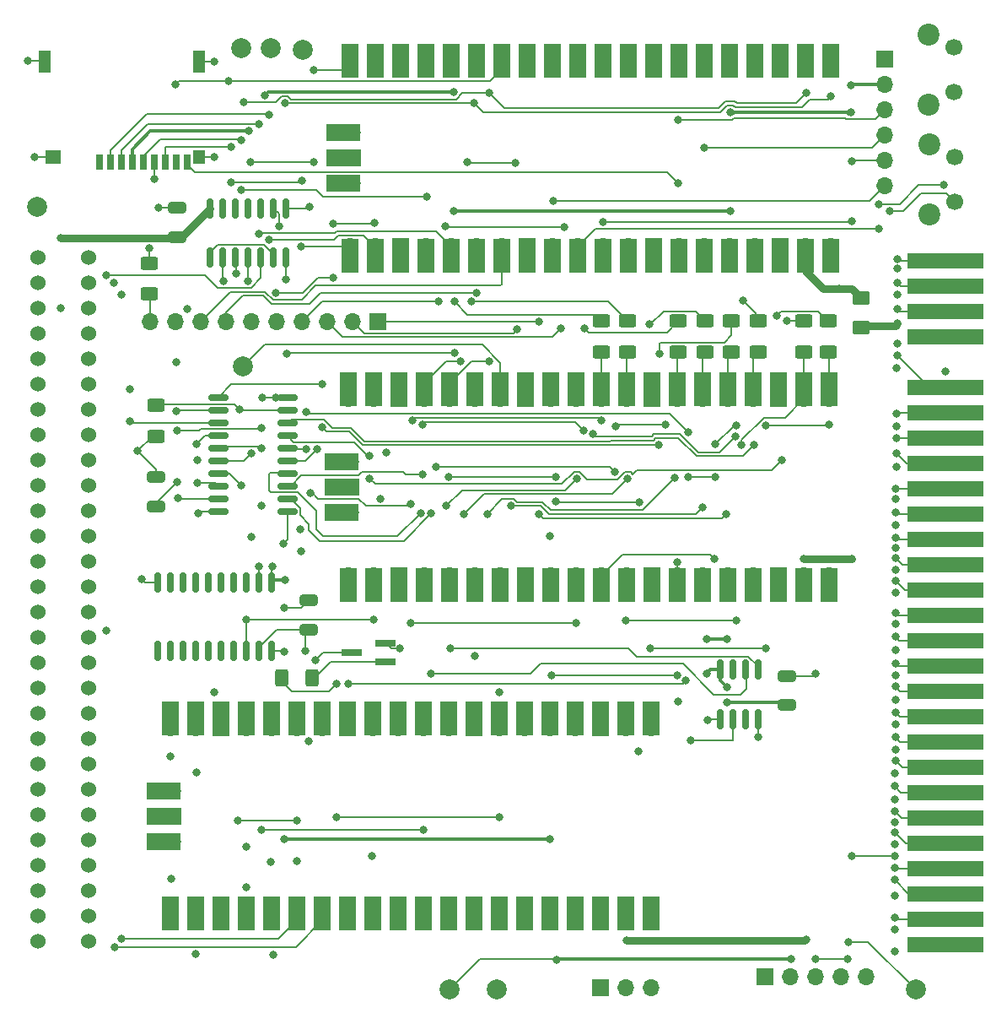
<source format=gtl>
G04 #@! TF.GenerationSoftware,KiCad,Pcbnew,6.0.11-2627ca5db0~126~ubuntu22.04.1*
G04 #@! TF.CreationDate,2023-06-25T15:32:06+01:00*
G04 #@! TF.ProjectId,srom,73726f6d-2e6b-4696-9361-645f70636258,v1.3 to v1.4*
G04 #@! TF.SameCoordinates,Original*
G04 #@! TF.FileFunction,Copper,L1,Top*
G04 #@! TF.FilePolarity,Positive*
%FSLAX46Y46*%
G04 Gerber Fmt 4.6, Leading zero omitted, Abs format (unit mm)*
G04 Created by KiCad (PCBNEW 6.0.11-2627ca5db0~126~ubuntu22.04.1) date 2023-06-25 15:32:06*
%MOMM*%
%LPD*%
G01*
G04 APERTURE LIST*
G04 Aperture macros list*
%AMRoundRect*
0 Rectangle with rounded corners*
0 $1 Rounding radius*
0 $2 $3 $4 $5 $6 $7 $8 $9 X,Y pos of 4 corners*
0 Add a 4 corners polygon primitive as box body*
4,1,4,$2,$3,$4,$5,$6,$7,$8,$9,$2,$3,0*
0 Add four circle primitives for the rounded corners*
1,1,$1+$1,$2,$3*
1,1,$1+$1,$4,$5*
1,1,$1+$1,$6,$7*
1,1,$1+$1,$8,$9*
0 Add four rect primitives between the rounded corners*
20,1,$1+$1,$2,$3,$4,$5,0*
20,1,$1+$1,$4,$5,$6,$7,0*
20,1,$1+$1,$6,$7,$8,$9,0*
20,1,$1+$1,$8,$9,$2,$3,0*%
G04 Aperture macros list end*
G04 #@! TA.AperFunction,ComponentPad*
%ADD10C,2.200000*%
G04 #@! TD*
G04 #@! TA.AperFunction,ComponentPad*
%ADD11C,1.700000*%
G04 #@! TD*
G04 #@! TA.AperFunction,ComponentPad*
%ADD12C,2.000000*%
G04 #@! TD*
G04 #@! TA.AperFunction,SMDPad,CuDef*
%ADD13R,7.620000X1.524000*%
G04 #@! TD*
G04 #@! TA.AperFunction,SMDPad,CuDef*
%ADD14RoundRect,0.250000X-0.625000X0.400000X-0.625000X-0.400000X0.625000X-0.400000X0.625000X0.400000X0*%
G04 #@! TD*
G04 #@! TA.AperFunction,ComponentPad*
%ADD15O,1.700000X1.700000*%
G04 #@! TD*
G04 #@! TA.AperFunction,SMDPad,CuDef*
%ADD16R,1.700000X3.500000*%
G04 #@! TD*
G04 #@! TA.AperFunction,ComponentPad*
%ADD17R,1.700000X1.700000*%
G04 #@! TD*
G04 #@! TA.AperFunction,SMDPad,CuDef*
%ADD18R,3.500000X1.700000*%
G04 #@! TD*
G04 #@! TA.AperFunction,SMDPad,CuDef*
%ADD19R,2.000000X0.650000*%
G04 #@! TD*
G04 #@! TA.AperFunction,SMDPad,CuDef*
%ADD20RoundRect,0.150000X-0.837500X-0.150000X0.837500X-0.150000X0.837500X0.150000X-0.837500X0.150000X0*%
G04 #@! TD*
G04 #@! TA.AperFunction,SMDPad,CuDef*
%ADD21RoundRect,0.250000X0.650000X-0.325000X0.650000X0.325000X-0.650000X0.325000X-0.650000X-0.325000X0*%
G04 #@! TD*
G04 #@! TA.AperFunction,SMDPad,CuDef*
%ADD22R,0.700000X1.600000*%
G04 #@! TD*
G04 #@! TA.AperFunction,SMDPad,CuDef*
%ADD23R,1.200000X2.200000*%
G04 #@! TD*
G04 #@! TA.AperFunction,SMDPad,CuDef*
%ADD24R,1.600000X1.400000*%
G04 #@! TD*
G04 #@! TA.AperFunction,SMDPad,CuDef*
%ADD25R,1.200000X1.400000*%
G04 #@! TD*
G04 #@! TA.AperFunction,SMDPad,CuDef*
%ADD26RoundRect,0.150000X0.150000X-0.825000X0.150000X0.825000X-0.150000X0.825000X-0.150000X-0.825000X0*%
G04 #@! TD*
G04 #@! TA.AperFunction,SMDPad,CuDef*
%ADD27RoundRect,0.250000X-0.400000X-0.625000X0.400000X-0.625000X0.400000X0.625000X-0.400000X0.625000X0*%
G04 #@! TD*
G04 #@! TA.AperFunction,SMDPad,CuDef*
%ADD28RoundRect,0.250000X-0.650000X0.325000X-0.650000X-0.325000X0.650000X-0.325000X0.650000X0.325000X0*%
G04 #@! TD*
G04 #@! TA.AperFunction,SMDPad,CuDef*
%ADD29RoundRect,0.150000X-0.150000X0.837500X-0.150000X-0.837500X0.150000X-0.837500X0.150000X0.837500X0*%
G04 #@! TD*
G04 #@! TA.AperFunction,SMDPad,CuDef*
%ADD30RoundRect,0.250001X-0.624999X0.462499X-0.624999X-0.462499X0.624999X-0.462499X0.624999X0.462499X0*%
G04 #@! TD*
G04 #@! TA.AperFunction,ComponentPad*
%ADD31C,1.524000*%
G04 #@! TD*
G04 #@! TA.AperFunction,ViaPad*
%ADD32C,0.800000*%
G04 #@! TD*
G04 #@! TA.AperFunction,Conductor*
%ADD33C,0.200000*%
G04 #@! TD*
G04 #@! TA.AperFunction,Conductor*
%ADD34C,0.750000*%
G04 #@! TD*
G04 #@! TA.AperFunction,Conductor*
%ADD35C,0.300000*%
G04 #@! TD*
G04 APERTURE END LIST*
D10*
X139875000Y-83490000D03*
X139875000Y-90490000D03*
D11*
X142375000Y-84740000D03*
X142375000Y-89240000D03*
D12*
X138450000Y-168240000D03*
D10*
X139775000Y-72490000D03*
X139775000Y-79490000D03*
D11*
X142275000Y-73740000D03*
X142275000Y-78240000D03*
D12*
X76950000Y-73940000D03*
D13*
X141450000Y-95120000D03*
X141450000Y-97660000D03*
X141450000Y-100200000D03*
X141450000Y-102740000D03*
X141450000Y-107820000D03*
X141450000Y-110360000D03*
X141450000Y-112900000D03*
X141450000Y-115440000D03*
X141450000Y-117980000D03*
X141450000Y-120520000D03*
X141450000Y-123060000D03*
X141450000Y-125600000D03*
X141450000Y-128140000D03*
X141450000Y-130680000D03*
X141450000Y-133220000D03*
X141450000Y-135760000D03*
X141450000Y-138300000D03*
X141450000Y-140840000D03*
X141450000Y-143380000D03*
X141450000Y-145920000D03*
X141450000Y-148460000D03*
X141450000Y-151000000D03*
X141450000Y-153540000D03*
X141450000Y-156080000D03*
X141450000Y-158620000D03*
X141450000Y-161160000D03*
X141450000Y-163700000D03*
D14*
X62212500Y-109625000D03*
X62212500Y-112725000D03*
D12*
X50250000Y-89740000D03*
D15*
X129925000Y-75950000D03*
D16*
X129925000Y-75050000D03*
D15*
X127385000Y-75950000D03*
D16*
X127385000Y-75050000D03*
X124845000Y-75050000D03*
D17*
X124845000Y-75950000D03*
D16*
X122305000Y-75050000D03*
D15*
X122305000Y-75950000D03*
X119765000Y-75950000D03*
D16*
X119765000Y-75050000D03*
D15*
X117225000Y-75950000D03*
D16*
X117225000Y-75050000D03*
D15*
X114685000Y-75950000D03*
D16*
X114685000Y-75050000D03*
D17*
X112145000Y-75950000D03*
D16*
X112145000Y-75050000D03*
D15*
X109605000Y-75950000D03*
D16*
X109605000Y-75050000D03*
D15*
X107065000Y-75950000D03*
D16*
X107065000Y-75050000D03*
D15*
X104525000Y-75950000D03*
D16*
X104525000Y-75050000D03*
D15*
X101985000Y-75950000D03*
D16*
X101985000Y-75050000D03*
D17*
X99445000Y-75950000D03*
D16*
X99445000Y-75050000D03*
D15*
X96905000Y-75950000D03*
D16*
X96905000Y-75050000D03*
D15*
X94365000Y-75950000D03*
D16*
X94365000Y-75050000D03*
D15*
X91825000Y-75950000D03*
D16*
X91825000Y-75050000D03*
X89285000Y-75050000D03*
D15*
X89285000Y-75950000D03*
D17*
X86745000Y-75950000D03*
D16*
X86745000Y-75050000D03*
X84205000Y-75050000D03*
D15*
X84205000Y-75950000D03*
D16*
X81665000Y-75050000D03*
D15*
X81665000Y-75950000D03*
X81665000Y-93730000D03*
D16*
X81665000Y-94630000D03*
X84205000Y-94630000D03*
D15*
X84205000Y-93730000D03*
D16*
X86745000Y-94630000D03*
D17*
X86745000Y-93730000D03*
D16*
X89285000Y-94630000D03*
D15*
X89285000Y-93730000D03*
X91825000Y-93730000D03*
D16*
X91825000Y-94630000D03*
D15*
X94365000Y-93730000D03*
D16*
X94365000Y-94630000D03*
X96905000Y-94630000D03*
D15*
X96905000Y-93730000D03*
D16*
X99445000Y-94630000D03*
D17*
X99445000Y-93730000D03*
D16*
X101985000Y-94630000D03*
D15*
X101985000Y-93730000D03*
X104525000Y-93730000D03*
D16*
X104525000Y-94630000D03*
X107065000Y-94630000D03*
D15*
X107065000Y-93730000D03*
X109605000Y-93730000D03*
D16*
X109605000Y-94630000D03*
X112145000Y-94630000D03*
D17*
X112145000Y-93730000D03*
D16*
X114685000Y-94630000D03*
D15*
X114685000Y-93730000D03*
D16*
X117225000Y-94630000D03*
D15*
X117225000Y-93730000D03*
D16*
X119765000Y-94630000D03*
D15*
X119765000Y-93730000D03*
D16*
X122305000Y-94630000D03*
D15*
X122305000Y-93730000D03*
D17*
X124845000Y-93730000D03*
D16*
X124845000Y-94630000D03*
X127385000Y-94630000D03*
D15*
X127385000Y-93730000D03*
X129925000Y-93730000D03*
D16*
X129925000Y-94630000D03*
D18*
X80995000Y-82300000D03*
D15*
X81895000Y-82300000D03*
D18*
X80995000Y-84840000D03*
D17*
X81895000Y-84840000D03*
D15*
X81895000Y-87380000D03*
D18*
X80995000Y-87380000D03*
D12*
X96450000Y-168240000D03*
X91650000Y-168240000D03*
D19*
X85260000Y-135390000D03*
X85260000Y-133490000D03*
X81840000Y-134440000D03*
D20*
X68450000Y-108860000D03*
X68450000Y-110130000D03*
X68450000Y-111400000D03*
X68450000Y-112670000D03*
X68450000Y-113940000D03*
X68450000Y-115210000D03*
X68450000Y-116480000D03*
X68450000Y-117750000D03*
X68450000Y-119020000D03*
X68450000Y-120290000D03*
X75375000Y-120290000D03*
X75375000Y-119020000D03*
X75375000Y-117750000D03*
X75375000Y-116480000D03*
X75375000Y-115210000D03*
X75375000Y-113940000D03*
X75375000Y-112670000D03*
X75375000Y-111400000D03*
X75375000Y-110130000D03*
X75375000Y-108860000D03*
D12*
X70950000Y-105740000D03*
D21*
X64300000Y-92800000D03*
X64300000Y-89850000D03*
D22*
X56550000Y-85240000D03*
X57650000Y-85240000D03*
X58750000Y-85240000D03*
X59850000Y-85240000D03*
X60950000Y-85240000D03*
X62050000Y-85240000D03*
D23*
X66500000Y-75140000D03*
D24*
X51900000Y-84740000D03*
D25*
X66500000Y-84740000D03*
D23*
X51000000Y-75140000D03*
D22*
X63150000Y-85240000D03*
X64250000Y-85240000D03*
X65350000Y-85240000D03*
D26*
X118845000Y-141115000D03*
X120115000Y-141115000D03*
X121385000Y-141115000D03*
X122655000Y-141115000D03*
X122655000Y-136165000D03*
X121385000Y-136165000D03*
X120115000Y-136165000D03*
X118845000Y-136165000D03*
D14*
X117350000Y-101190000D03*
X117350000Y-104290000D03*
D26*
X67640000Y-94815000D03*
X68910000Y-94815000D03*
X70180000Y-94815000D03*
X71450000Y-94815000D03*
X72720000Y-94815000D03*
X73990000Y-94815000D03*
X75260000Y-94815000D03*
X75260000Y-89865000D03*
X73990000Y-89865000D03*
X72720000Y-89865000D03*
X71450000Y-89865000D03*
X70180000Y-89865000D03*
X68910000Y-89865000D03*
X67640000Y-89865000D03*
D17*
X123375000Y-166940000D03*
D15*
X125915000Y-166940000D03*
X128455000Y-166940000D03*
X130995000Y-166940000D03*
X133535000Y-166940000D03*
D14*
X109550000Y-101190000D03*
X109550000Y-104290000D03*
D17*
X84475000Y-101240000D03*
D15*
X81935000Y-101240000D03*
X79395000Y-101240000D03*
X76855000Y-101240000D03*
X74315000Y-101240000D03*
X71775000Y-101240000D03*
X69235000Y-101240000D03*
X66695000Y-101240000D03*
X64155000Y-101240000D03*
X61615000Y-101240000D03*
D12*
X70750000Y-73840000D03*
D16*
X129780000Y-108050000D03*
D15*
X129780000Y-108950000D03*
X127240000Y-108950000D03*
D16*
X127240000Y-108050000D03*
X124700000Y-108050000D03*
D17*
X124700000Y-108950000D03*
D15*
X122160000Y-108950000D03*
D16*
X122160000Y-108050000D03*
D15*
X119620000Y-108950000D03*
D16*
X119620000Y-108050000D03*
D15*
X117080000Y-108950000D03*
D16*
X117080000Y-108050000D03*
X114540000Y-108050000D03*
D15*
X114540000Y-108950000D03*
D17*
X112000000Y-108950000D03*
D16*
X112000000Y-108050000D03*
D15*
X109460000Y-108950000D03*
D16*
X109460000Y-108050000D03*
D15*
X106920000Y-108950000D03*
D16*
X106920000Y-108050000D03*
X104380000Y-108050000D03*
D15*
X104380000Y-108950000D03*
X101840000Y-108950000D03*
D16*
X101840000Y-108050000D03*
X99300000Y-108050000D03*
D17*
X99300000Y-108950000D03*
D15*
X96760000Y-108950000D03*
D16*
X96760000Y-108050000D03*
D15*
X94220000Y-108950000D03*
D16*
X94220000Y-108050000D03*
X91680000Y-108050000D03*
D15*
X91680000Y-108950000D03*
D16*
X89140000Y-108050000D03*
D15*
X89140000Y-108950000D03*
D16*
X86600000Y-108050000D03*
D17*
X86600000Y-108950000D03*
D16*
X84060000Y-108050000D03*
D15*
X84060000Y-108950000D03*
X81520000Y-108950000D03*
D16*
X81520000Y-108050000D03*
X81520000Y-127630000D03*
D15*
X81520000Y-126730000D03*
X84060000Y-126730000D03*
D16*
X84060000Y-127630000D03*
X86600000Y-127630000D03*
D17*
X86600000Y-126730000D03*
D16*
X89140000Y-127630000D03*
D15*
X89140000Y-126730000D03*
D16*
X91680000Y-127630000D03*
D15*
X91680000Y-126730000D03*
X94220000Y-126730000D03*
D16*
X94220000Y-127630000D03*
D15*
X96760000Y-126730000D03*
D16*
X96760000Y-127630000D03*
D17*
X99300000Y-126730000D03*
D16*
X99300000Y-127630000D03*
D15*
X101840000Y-126730000D03*
D16*
X101840000Y-127630000D03*
D15*
X104380000Y-126730000D03*
D16*
X104380000Y-127630000D03*
X106920000Y-127630000D03*
D15*
X106920000Y-126730000D03*
D16*
X109460000Y-127630000D03*
D15*
X109460000Y-126730000D03*
D16*
X112000000Y-127630000D03*
D17*
X112000000Y-126730000D03*
D16*
X114540000Y-127630000D03*
D15*
X114540000Y-126730000D03*
D16*
X117080000Y-127630000D03*
D15*
X117080000Y-126730000D03*
D16*
X119620000Y-127630000D03*
D15*
X119620000Y-126730000D03*
X122160000Y-126730000D03*
D16*
X122160000Y-127630000D03*
D17*
X124700000Y-126730000D03*
D16*
X124700000Y-127630000D03*
D15*
X127240000Y-126730000D03*
D16*
X127240000Y-127630000D03*
X129780000Y-127630000D03*
D15*
X129780000Y-126730000D03*
D18*
X80850000Y-115300000D03*
D15*
X81750000Y-115300000D03*
D17*
X81750000Y-117840000D03*
D18*
X80850000Y-117840000D03*
D15*
X81750000Y-120380000D03*
D18*
X80850000Y-120380000D03*
D14*
X122650000Y-101190000D03*
X122650000Y-104290000D03*
D17*
X106825000Y-168040000D03*
D15*
X109365000Y-168040000D03*
X111905000Y-168040000D03*
D17*
X135350000Y-74940000D03*
D15*
X135350000Y-77480000D03*
X135350000Y-80020000D03*
X135350000Y-82560000D03*
X135350000Y-85100000D03*
X135350000Y-87640000D03*
D14*
X106950000Y-101190000D03*
X106950000Y-104290000D03*
D27*
X74800000Y-136940000D03*
X77900000Y-136940000D03*
D21*
X62212500Y-119815000D03*
X62212500Y-116865000D03*
D14*
X127250000Y-101190000D03*
X127250000Y-104290000D03*
D12*
X73750000Y-73840000D03*
D14*
X129650000Y-101190000D03*
X129650000Y-104290000D03*
D21*
X125550000Y-139715000D03*
X125550000Y-136765000D03*
D14*
X61550000Y-95390000D03*
X61550000Y-98490000D03*
D28*
X77550000Y-129165000D03*
X77550000Y-132115000D03*
D29*
X73765000Y-127377500D03*
X72495000Y-127377500D03*
X71225000Y-127377500D03*
X69955000Y-127377500D03*
X68685000Y-127377500D03*
X67415000Y-127377500D03*
X66145000Y-127377500D03*
X64875000Y-127377500D03*
X63605000Y-127377500D03*
X62335000Y-127377500D03*
X62335000Y-134302500D03*
X63605000Y-134302500D03*
X64875000Y-134302500D03*
X66145000Y-134302500D03*
X67415000Y-134302500D03*
X68685000Y-134302500D03*
X69955000Y-134302500D03*
X71225000Y-134302500D03*
X72495000Y-134302500D03*
X73765000Y-134302500D03*
D30*
X132950000Y-98852500D03*
X132950000Y-101827500D03*
D14*
X114650000Y-101190000D03*
X114650000Y-104290000D03*
D31*
X50390000Y-105000000D03*
X55390000Y-105000000D03*
X55390000Y-94840000D03*
X55390000Y-97380000D03*
X55390000Y-99920000D03*
X55390000Y-102460000D03*
X55390000Y-107540000D03*
X55390000Y-110080000D03*
X55390000Y-112620000D03*
X55390000Y-115160000D03*
X55390000Y-117700000D03*
X55390000Y-120240000D03*
X55390000Y-122780000D03*
X55390000Y-125320000D03*
X55390000Y-127860000D03*
X55390000Y-130400000D03*
X55390000Y-132940000D03*
X55390000Y-135480000D03*
X55390000Y-138020000D03*
X55390000Y-140560000D03*
X55390000Y-143100000D03*
X55390000Y-145640000D03*
X55390000Y-148180000D03*
X55390000Y-150720000D03*
X55390000Y-153260000D03*
X55390000Y-155800000D03*
X55390000Y-158340000D03*
X55390000Y-160880000D03*
X55390000Y-163420000D03*
X50390000Y-94840000D03*
X50390000Y-97380000D03*
X50390000Y-99920000D03*
X50390000Y-102460000D03*
X50390000Y-107540000D03*
X50390000Y-110080000D03*
X50390000Y-112620000D03*
X50390000Y-115160000D03*
X50390000Y-117700000D03*
X50390000Y-120240000D03*
X50390000Y-122780000D03*
X50390000Y-125320000D03*
X50390000Y-127860000D03*
X50390000Y-130400000D03*
X50390000Y-132940000D03*
X50390000Y-135480000D03*
X50390000Y-138020000D03*
X50390000Y-140560000D03*
X50390000Y-143100000D03*
X50390000Y-145640000D03*
X50390000Y-148180000D03*
X50390000Y-150720000D03*
X50390000Y-153260000D03*
X50390000Y-155800000D03*
X50390000Y-158340000D03*
X50390000Y-160880000D03*
X50390000Y-163420000D03*
D14*
X119950000Y-101190000D03*
X119950000Y-104290000D03*
D15*
X111925000Y-141950000D03*
D16*
X111925000Y-141050000D03*
D15*
X109385000Y-141950000D03*
D16*
X109385000Y-141050000D03*
D17*
X106845000Y-141950000D03*
D16*
X106845000Y-141050000D03*
D15*
X104305000Y-141950000D03*
D16*
X104305000Y-141050000D03*
X101765000Y-141050000D03*
D15*
X101765000Y-141950000D03*
X99225000Y-141950000D03*
D16*
X99225000Y-141050000D03*
X96685000Y-141050000D03*
D15*
X96685000Y-141950000D03*
D17*
X94145000Y-141950000D03*
D16*
X94145000Y-141050000D03*
X91605000Y-141050000D03*
D15*
X91605000Y-141950000D03*
D16*
X89065000Y-141050000D03*
D15*
X89065000Y-141950000D03*
D16*
X86525000Y-141050000D03*
D15*
X86525000Y-141950000D03*
D16*
X83985000Y-141050000D03*
D15*
X83985000Y-141950000D03*
D16*
X81445000Y-141050000D03*
D17*
X81445000Y-141950000D03*
D16*
X78905000Y-141050000D03*
D15*
X78905000Y-141950000D03*
D16*
X76365000Y-141050000D03*
D15*
X76365000Y-141950000D03*
D16*
X73825000Y-141050000D03*
D15*
X73825000Y-141950000D03*
X71285000Y-141950000D03*
D16*
X71285000Y-141050000D03*
X68745000Y-141050000D03*
D17*
X68745000Y-141950000D03*
D15*
X66205000Y-141950000D03*
D16*
X66205000Y-141050000D03*
D15*
X63665000Y-141950000D03*
D16*
X63665000Y-141050000D03*
X63665000Y-160630000D03*
D15*
X63665000Y-159730000D03*
X66205000Y-159730000D03*
D16*
X66205000Y-160630000D03*
D17*
X68745000Y-159730000D03*
D16*
X68745000Y-160630000D03*
X71285000Y-160630000D03*
D15*
X71285000Y-159730000D03*
X73825000Y-159730000D03*
D16*
X73825000Y-160630000D03*
D15*
X76365000Y-159730000D03*
D16*
X76365000Y-160630000D03*
X78905000Y-160630000D03*
D15*
X78905000Y-159730000D03*
D16*
X81445000Y-160630000D03*
D17*
X81445000Y-159730000D03*
D16*
X83985000Y-160630000D03*
D15*
X83985000Y-159730000D03*
X86525000Y-159730000D03*
D16*
X86525000Y-160630000D03*
D15*
X89065000Y-159730000D03*
D16*
X89065000Y-160630000D03*
X91605000Y-160630000D03*
D15*
X91605000Y-159730000D03*
D17*
X94145000Y-159730000D03*
D16*
X94145000Y-160630000D03*
X96685000Y-160630000D03*
D15*
X96685000Y-159730000D03*
D16*
X99225000Y-160630000D03*
D15*
X99225000Y-159730000D03*
D16*
X101765000Y-160630000D03*
D15*
X101765000Y-159730000D03*
D16*
X104305000Y-160630000D03*
D15*
X104305000Y-159730000D03*
D16*
X106845000Y-160630000D03*
D17*
X106845000Y-159730000D03*
D15*
X109385000Y-159730000D03*
D16*
X109385000Y-160630000D03*
D15*
X111925000Y-159730000D03*
D16*
X111925000Y-160630000D03*
D18*
X62995000Y-148300000D03*
D15*
X63895000Y-148300000D03*
D17*
X63895000Y-150840000D03*
D18*
X62995000Y-150840000D03*
X62995000Y-153380000D03*
D15*
X63895000Y-153380000D03*
D32*
X50050000Y-84740000D03*
X86650000Y-134040000D03*
X62050000Y-86940000D03*
X122650000Y-142940000D03*
X61550000Y-93840000D03*
X68050000Y-75140000D03*
X49350000Y-75040000D03*
X60350000Y-114240000D03*
X77650000Y-89740000D03*
X77150000Y-134240000D03*
X136447569Y-128440000D03*
X68050000Y-84740000D03*
X66450000Y-120440000D03*
X62450000Y-89840000D03*
X60750000Y-127040000D03*
X128450000Y-136579500D03*
X141450000Y-106240000D03*
X75250000Y-97040000D03*
X52670000Y-99920000D03*
X52650000Y-92840000D03*
X136650000Y-101440000D03*
X132035500Y-125040000D03*
X109450000Y-163340000D03*
X127250000Y-125040000D03*
X127450000Y-163240000D03*
X130750000Y-97940000D03*
X85350000Y-114339500D03*
X136550000Y-115840000D03*
X136450000Y-119040000D03*
X84750000Y-119040000D03*
X136450000Y-121640000D03*
X76650000Y-122080500D03*
X76732000Y-124258000D03*
X136448069Y-123939501D03*
X101750000Y-122740000D03*
X73750000Y-155440000D03*
X136350000Y-153640000D03*
X71250000Y-153940000D03*
X136350000Y-151440000D03*
X66250000Y-146440000D03*
X136350000Y-149140000D03*
X63650000Y-144840000D03*
X136350000Y-146540000D03*
X136350000Y-157240000D03*
X63750000Y-157140000D03*
X136350000Y-162240000D03*
X66150000Y-164639500D03*
X136350000Y-161040000D03*
X71250000Y-157940000D03*
X136350000Y-164440000D03*
X73950000Y-164740000D03*
X58750000Y-98540000D03*
X58750000Y-163140000D03*
X136650000Y-98540000D03*
X58010000Y-97380000D03*
X58050000Y-163940000D03*
X136650000Y-97340000D03*
X64250000Y-105340000D03*
X136650000Y-104640000D03*
X64250000Y-110229500D03*
X59550000Y-111240000D03*
X59550000Y-108040000D03*
X136550000Y-110440000D03*
X136550000Y-105940000D03*
X136550000Y-112940000D03*
X66250000Y-113540000D03*
X72750000Y-119739500D03*
X136450000Y-120340000D03*
X72750000Y-113940000D03*
X71750000Y-114440500D03*
X71750000Y-122840000D03*
X136450000Y-122940000D03*
X136450000Y-118040000D03*
X70790000Y-117700000D03*
X66350000Y-117440000D03*
X136550000Y-114440000D03*
X66350000Y-115140000D03*
X136650000Y-99940000D03*
X64395850Y-118941897D03*
X65350000Y-99940000D03*
X87950000Y-111170500D03*
X106950000Y-111139500D03*
X93150000Y-120540500D03*
X109550000Y-117000500D03*
X95450000Y-120540500D03*
X114250000Y-116940000D03*
X117050000Y-119840000D03*
X97850000Y-119739500D03*
X119450000Y-120540000D03*
X100650000Y-120539500D03*
X120388896Y-112748451D03*
X106050000Y-112540500D03*
X120450000Y-131240000D03*
X120984053Y-113640500D03*
X109350000Y-131240000D03*
X123450000Y-111640000D03*
X111850000Y-134039500D03*
X123450000Y-134040000D03*
X129750000Y-111540000D03*
X74550000Y-91640500D03*
X72495000Y-125757500D03*
X136650000Y-95939503D03*
X71450000Y-97140500D03*
X70250000Y-96440000D03*
X136650000Y-94940000D03*
X136350000Y-152440000D03*
X83850000Y-154840000D03*
X78850000Y-107540000D03*
X112650000Y-113640500D03*
X114550000Y-125340000D03*
X78850000Y-111840000D03*
X96650000Y-138440000D03*
X68050000Y-138440000D03*
X136450000Y-137840000D03*
X68950000Y-97140000D03*
X57250000Y-96601500D03*
X57250000Y-132240000D03*
X136450000Y-132840000D03*
X100650000Y-101240000D03*
X77550000Y-143340000D03*
X78205500Y-135180500D03*
X135850000Y-90140000D03*
X136450000Y-144140000D03*
X80350000Y-137540000D03*
X96650000Y-150940000D03*
X80350000Y-150940000D03*
X131650000Y-165140000D03*
X128450000Y-165139500D03*
X114650000Y-81040000D03*
X117250000Y-83840000D03*
X124550000Y-100619500D03*
X122206849Y-113640500D03*
X83650000Y-117000500D03*
X125550000Y-101140000D03*
X124996340Y-115139500D03*
X83650000Y-114739500D03*
X121150000Y-99140000D03*
X77250000Y-114039500D03*
X118350000Y-113540000D03*
X77250000Y-110340000D03*
X118350000Y-116839500D03*
X115650000Y-116840000D03*
X115650000Y-112340000D03*
X120450000Y-111640000D03*
X112750000Y-104440000D03*
X90350000Y-115840000D03*
X108350000Y-111740000D03*
X108240653Y-116330653D03*
X77669633Y-118391934D03*
X78350000Y-114040000D03*
X87750000Y-119540000D03*
X113350000Y-111540000D03*
X102350000Y-119240000D03*
X110750000Y-119340000D03*
X111750000Y-101540000D03*
X88750000Y-120440000D03*
X102350000Y-116840000D03*
X91550000Y-116840500D03*
X105096876Y-112140878D03*
X105250000Y-101940000D03*
X88950000Y-111558000D03*
X88950000Y-116540000D03*
X93849500Y-99220500D03*
X89834364Y-120486072D03*
X92150000Y-104339500D03*
X75350000Y-104440000D03*
X92150000Y-99220500D03*
X74950000Y-123479500D03*
X71250000Y-131140000D03*
X72750000Y-152240000D03*
X89050000Y-152240000D03*
X84050000Y-131140000D03*
X104450000Y-117000500D03*
X91350000Y-119739500D03*
X93450000Y-85240000D03*
X98450000Y-102040000D03*
X98250000Y-85340000D03*
X136450000Y-135540000D03*
X94250000Y-134740000D03*
X136450000Y-140440000D03*
X114550000Y-136740000D03*
X114650000Y-139340000D03*
X101950000Y-136740000D03*
X102850000Y-101940000D03*
X91250000Y-91640000D03*
X103150000Y-91740000D03*
X90550000Y-99220500D03*
X79950000Y-96840000D03*
X74250000Y-98340000D03*
X79950000Y-91440000D03*
X84150000Y-91340000D03*
X78050000Y-76040000D03*
X78050000Y-85240000D03*
X71650000Y-85240000D03*
X94350000Y-98339500D03*
X115410474Y-137251889D03*
X115850000Y-143240000D03*
X81550000Y-137540000D03*
X89830500Y-136579500D03*
X91750000Y-134039500D03*
X117550000Y-141239500D03*
X118250000Y-125040000D03*
X110650000Y-144340000D03*
X136450000Y-145240000D03*
X107050000Y-91240000D03*
X132035500Y-91140000D03*
X132035500Y-85140000D03*
X102050000Y-89140000D03*
X136350000Y-154840000D03*
X131750000Y-163440000D03*
X76350000Y-155340000D03*
X76350000Y-151240000D03*
X70450000Y-151240000D03*
X132035500Y-154840000D03*
X70550000Y-110040000D03*
X134750000Y-91940000D03*
X104350000Y-131440000D03*
X141250000Y-87540000D03*
X87750000Y-131440000D03*
X134750000Y-89440000D03*
X74249500Y-108840000D03*
X125950000Y-165140000D03*
X102450000Y-165240000D03*
X73850000Y-125757500D03*
X64350000Y-112140000D03*
X72850000Y-108840000D03*
X75050000Y-153140000D03*
X75150000Y-127140000D03*
X72750000Y-111940000D03*
X64350000Y-117340000D03*
X75050000Y-129940000D03*
X101750000Y-153140000D03*
X75050000Y-134340000D03*
X117450000Y-136579500D03*
X119550000Y-137940000D03*
X119524244Y-139405500D03*
X119550000Y-133040000D03*
X117450000Y-133040000D03*
X71550000Y-82140000D03*
X73150000Y-78540500D03*
X92050000Y-90140000D03*
X131950000Y-80240000D03*
X92050000Y-78240000D03*
X119850000Y-80240000D03*
X119850000Y-90140000D03*
X131950000Y-77540000D03*
X76850000Y-87140000D03*
X69750000Y-83740000D03*
X76750000Y-93740000D03*
X69750000Y-87240000D03*
X73550000Y-80540000D03*
X73555378Y-93045378D03*
X70750000Y-88040000D03*
X70750000Y-83040000D03*
X89350000Y-88740000D03*
X72550000Y-81440000D03*
X72550000Y-92440000D03*
X127450000Y-78340000D03*
X95650000Y-105239500D03*
X95650000Y-78340000D03*
X71050500Y-79240000D03*
X94150000Y-79340000D03*
X92750000Y-105239500D03*
X75150000Y-79340000D03*
X129950000Y-78640000D03*
X69490000Y-77100000D03*
X64150000Y-77440000D03*
X114650000Y-87340000D03*
X136450000Y-124940000D03*
X136450000Y-127240000D03*
X136450000Y-130440000D03*
X136450000Y-142940000D03*
X136350000Y-147840000D03*
X136350000Y-150340000D03*
X136350000Y-156040000D03*
X136650000Y-103440000D03*
X136550000Y-111740000D03*
X136450000Y-126140000D03*
X136450000Y-131540000D03*
X136450000Y-134140000D03*
X136450000Y-136740000D03*
X136450000Y-139140000D03*
X136450000Y-141640000D03*
X136350000Y-158840000D03*
D33*
X68450000Y-120290000D02*
X66600000Y-120290000D01*
X75260000Y-89865000D02*
X77525000Y-89865000D01*
X49350000Y-75040000D02*
X50900000Y-75040000D01*
X61865000Y-112725000D02*
X60350000Y-114240000D01*
X50050000Y-84740000D02*
X51900000Y-84740000D01*
X62212500Y-116865000D02*
X62212500Y-116102500D01*
X72495000Y-133948604D02*
X74328604Y-132115000D01*
X68050000Y-75140000D02*
X66500000Y-75140000D01*
X66600000Y-120290000D02*
X66450000Y-120440000D01*
X61087500Y-127377500D02*
X60750000Y-127040000D01*
X68050000Y-84740000D02*
X66500000Y-84740000D01*
X62212500Y-116102500D02*
X60350000Y-114240000D01*
X74328604Y-132115000D02*
X77550000Y-132115000D01*
X128264500Y-136765000D02*
X125550000Y-136765000D01*
X128450000Y-136579500D02*
X128264500Y-136765000D01*
X61550000Y-95390000D02*
X61550000Y-93840000D01*
X62335000Y-127377500D02*
X61087500Y-127377500D01*
X62450000Y-89840000D02*
X64290000Y-89840000D01*
X122655000Y-141115000D02*
X122655000Y-142935000D01*
X62050000Y-85240000D02*
X62050000Y-86940000D01*
X77150000Y-132515000D02*
X77150000Y-134240000D01*
X86650000Y-134040000D02*
X85810000Y-134040000D01*
X75250000Y-97040000D02*
X75250000Y-94825000D01*
X85810000Y-134040000D02*
X85260000Y-133490000D01*
X122655000Y-142935000D02*
X122650000Y-142940000D01*
D34*
X52650000Y-92840000D02*
X64260000Y-92840000D01*
X132450500Y-101640000D02*
X136450000Y-101640000D01*
X64705000Y-92800000D02*
X67640000Y-89865000D01*
X136450000Y-101640000D02*
X136650000Y-101440000D01*
X130750000Y-97940000D02*
X129150000Y-97940000D01*
X130750000Y-97940000D02*
X132037500Y-97940000D01*
D33*
X127350000Y-163340000D02*
X127450000Y-163240000D01*
D34*
X129150000Y-97940000D02*
X127385000Y-96175000D01*
X109450000Y-163340000D02*
X127350000Y-163340000D01*
X132037500Y-97940000D02*
X132950000Y-98852500D01*
X127250000Y-125040000D02*
X132035500Y-125040000D01*
D33*
X73056396Y-93540000D02*
X68350000Y-93540000D01*
X68350000Y-93540000D02*
X67950000Y-93940000D01*
X73990000Y-94473604D02*
X73056396Y-93540000D01*
X137730000Y-158620000D02*
X141450000Y-158620000D01*
X136350000Y-157240000D02*
X137730000Y-158620000D01*
X136350000Y-161040000D02*
X136470000Y-161160000D01*
X136470000Y-161160000D02*
X141450000Y-161160000D01*
X58750000Y-163140000D02*
X74515000Y-163140000D01*
X74515000Y-163140000D02*
X76365000Y-161290000D01*
X76255000Y-163940000D02*
X78905000Y-161290000D01*
X58050000Y-163940000D02*
X76255000Y-163940000D01*
X136970000Y-97660000D02*
X141450000Y-97660000D01*
X136650000Y-97340000D02*
X136970000Y-97660000D01*
X68450000Y-110130000D02*
X64349500Y-110130000D01*
X136650000Y-104640000D02*
X139830000Y-107820000D01*
X64349500Y-110130000D02*
X64250000Y-110229500D01*
X136630000Y-110360000D02*
X141450000Y-110360000D01*
X68450000Y-111400000D02*
X59710000Y-111400000D01*
X136550000Y-110440000D02*
X136630000Y-110360000D01*
X59710000Y-111400000D02*
X59550000Y-111240000D01*
X136550000Y-112940000D02*
X136590000Y-112900000D01*
X67120000Y-112670000D02*
X68450000Y-112670000D01*
X136590000Y-112900000D02*
X141450000Y-112900000D01*
X66250000Y-113540000D02*
X67120000Y-112670000D01*
X136630000Y-120520000D02*
X141450000Y-120520000D01*
X136450000Y-120340000D02*
X136630000Y-120520000D01*
X68650500Y-113739500D02*
X72549500Y-113739500D01*
X72549500Y-113739500D02*
X72750000Y-113940000D01*
X68450000Y-115210000D02*
X70980500Y-115210000D01*
X136570000Y-123060000D02*
X141450000Y-123060000D01*
X136450000Y-122940000D02*
X136570000Y-123060000D01*
X70980500Y-115210000D02*
X71750000Y-114440500D01*
X136450000Y-118040000D02*
X136510000Y-117980000D01*
X136510000Y-117980000D02*
X141450000Y-117980000D01*
X69570000Y-116480000D02*
X68450000Y-116480000D01*
X70790000Y-117700000D02*
X69570000Y-116480000D01*
X137550000Y-115440000D02*
X141450000Y-115440000D01*
X68140000Y-117440000D02*
X68450000Y-117750000D01*
X66350000Y-117440000D02*
X68140000Y-117440000D01*
X136550000Y-114440000D02*
X137550000Y-115440000D01*
X64473953Y-119020000D02*
X64395850Y-118941897D01*
X68450000Y-119020000D02*
X64473953Y-119020000D01*
X136910000Y-100200000D02*
X141450000Y-100200000D01*
X136650000Y-99940000D02*
X136910000Y-100200000D01*
X88262000Y-110858500D02*
X87950000Y-111170500D01*
X106920000Y-108950000D02*
X106920000Y-104320000D01*
X106669000Y-110858500D02*
X88262000Y-110858500D01*
X106950000Y-111139500D02*
X106669000Y-110858500D01*
X95150500Y-118540000D02*
X108010500Y-118540000D01*
X109460000Y-108950000D02*
X109460000Y-104380000D01*
X108010500Y-118540000D02*
X109550000Y-117000500D01*
X93150000Y-120540500D02*
X95150500Y-118540000D01*
X96951000Y-119039500D02*
X98139950Y-119039500D01*
X114540000Y-108950000D02*
X114540000Y-104400000D01*
X98139950Y-119039500D02*
X98439950Y-119339500D01*
X101806136Y-120140000D02*
X111050000Y-120140000D01*
X95450000Y-120540500D02*
X96951000Y-119039500D01*
X98439950Y-119339500D02*
X101005635Y-119339500D01*
X111050000Y-120140000D02*
X114250000Y-116940000D01*
X101005635Y-119339500D02*
X101806136Y-120140000D01*
X101640450Y-120540000D02*
X116350000Y-120540000D01*
X100839950Y-119739500D02*
X101640450Y-120540000D01*
X117080000Y-108950000D02*
X117080000Y-104560000D01*
X97850000Y-119739500D02*
X100839950Y-119739500D01*
X116350000Y-120540000D02*
X117050000Y-119840000D01*
X100650000Y-120539500D02*
X101050500Y-120940000D01*
X119050000Y-120940000D02*
X119450000Y-120540000D01*
X101050500Y-120940000D02*
X119050000Y-120940000D01*
X119620000Y-108950000D02*
X119620000Y-104620000D01*
X106050000Y-112540500D02*
X106249500Y-112740000D01*
X122160000Y-108950000D02*
X122160000Y-104780000D01*
X116605636Y-114340000D02*
X118797347Y-114340000D01*
X111994864Y-112740000D02*
X112194365Y-112540500D01*
X106249500Y-112740000D02*
X111994864Y-112740000D01*
X114806136Y-112540500D02*
X116605636Y-114340000D01*
X120388896Y-112748451D02*
X118797347Y-114340000D01*
X112194365Y-112540500D02*
X114806136Y-112540500D01*
X125331500Y-110858500D02*
X127240000Y-108950000D01*
X109350000Y-131240000D02*
X120450000Y-131240000D01*
X123241550Y-110858500D02*
X125331500Y-110858500D01*
X127240000Y-108950000D02*
X127240000Y-104300000D01*
X120984053Y-113115997D02*
X123241550Y-110858500D01*
X120984053Y-113640500D02*
X120984053Y-113115997D01*
X129650000Y-111640000D02*
X129750000Y-111540000D01*
X123450000Y-111640000D02*
X129650000Y-111640000D01*
X129780000Y-108950000D02*
X129780000Y-104420000D01*
X123449500Y-134039500D02*
X123450000Y-134040000D01*
X111850000Y-134039500D02*
X123449500Y-134039500D01*
X74550000Y-91640500D02*
X74550000Y-90425000D01*
X74550000Y-90425000D02*
X73990000Y-89865000D01*
X72495000Y-125757500D02*
X72495000Y-127377500D01*
X71450000Y-97140500D02*
X71450000Y-94815000D01*
X70250000Y-96440000D02*
X70250000Y-94885000D01*
X136830000Y-95120000D02*
X141450000Y-95120000D01*
X136650000Y-94940000D02*
X136830000Y-95120000D01*
X137450000Y-153540000D02*
X141450000Y-153540000D01*
X136350000Y-152440000D02*
X137450000Y-153540000D01*
X79280000Y-112270000D02*
X78850000Y-111840000D01*
X114540000Y-125350000D02*
X114550000Y-125340000D01*
X69770000Y-107540000D02*
X68450000Y-108860000D01*
X114540000Y-126730000D02*
X114540000Y-125350000D01*
X81585686Y-112270000D02*
X79280000Y-112270000D01*
X82955686Y-113640000D02*
X81585686Y-112270000D01*
X78850000Y-107540000D02*
X69770000Y-107540000D01*
X112650000Y-113640500D02*
X112649500Y-113640000D01*
X112649500Y-113640000D02*
X82955686Y-113640000D01*
X136910000Y-138300000D02*
X141450000Y-138300000D01*
X68910000Y-97100000D02*
X68910000Y-94815000D01*
X68950000Y-97140000D02*
X68910000Y-97100000D01*
X136450000Y-137840000D02*
X136910000Y-138300000D01*
X71739950Y-97840500D02*
X72720000Y-96860450D01*
X136830000Y-133220000D02*
X141450000Y-133220000D01*
X71159550Y-97840000D02*
X71160050Y-97840500D01*
X68350000Y-97840000D02*
X71159550Y-97840000D01*
X71160050Y-97840500D02*
X71739950Y-97840500D01*
X57250000Y-96601500D02*
X67111500Y-96601500D01*
X72720000Y-96860450D02*
X72720000Y-94815000D01*
X136450000Y-132840000D02*
X136830000Y-133220000D01*
X67111500Y-96601500D02*
X68350000Y-97840000D01*
X84475000Y-101240000D02*
X100650000Y-101240000D01*
X137250000Y-90140000D02*
X135850000Y-90140000D01*
X78946000Y-134440000D02*
X81840000Y-134440000D01*
X141525000Y-88390000D02*
X139000000Y-88390000D01*
X142375000Y-89240000D02*
X141525000Y-88390000D01*
X78205500Y-135180500D02*
X78946000Y-134440000D01*
X137250000Y-90140000D02*
X139000000Y-88390000D01*
X80350000Y-150940000D02*
X96650000Y-150940000D01*
X79550000Y-138340000D02*
X75850000Y-138340000D01*
X80350000Y-137540000D02*
X79550000Y-138340000D01*
X75850000Y-138340000D02*
X74800000Y-137290000D01*
X128450500Y-165140000D02*
X131650000Y-165140000D01*
X128450000Y-165139500D02*
X128450500Y-165140000D01*
X134430000Y-80940000D02*
X135350000Y-80020000D01*
X131374999Y-80864999D02*
X131450000Y-80940000D01*
X120039950Y-81040000D02*
X120214951Y-80864999D01*
X120214951Y-80864999D02*
X131374999Y-80864999D01*
X114650000Y-81040000D02*
X120039950Y-81040000D01*
X131450000Y-80940000D02*
X134430000Y-80940000D01*
X134070000Y-83840000D02*
X135350000Y-82560000D01*
X117250000Y-83840000D02*
X134070000Y-83840000D01*
X128700000Y-100240000D02*
X124929500Y-100240000D01*
X79869950Y-111870000D02*
X79150000Y-111150050D01*
X121107349Y-114740000D02*
X116439950Y-114740000D01*
X107850000Y-113140000D02*
X107750000Y-113240000D01*
X122206849Y-113640500D02*
X121107349Y-114740000D01*
X112160550Y-113140000D02*
X107850000Y-113140000D01*
X124929500Y-100240000D02*
X124550000Y-100619500D01*
X79150000Y-111150050D02*
X79150000Y-111040000D01*
X75735000Y-111040000D02*
X75375000Y-111400000D01*
X116439950Y-114740000D02*
X114640450Y-112940500D01*
X129650000Y-101190000D02*
X128700000Y-100240000D01*
X81751371Y-111870000D02*
X79869950Y-111870000D01*
X112360050Y-112940500D02*
X112160550Y-113140000D01*
X79150000Y-111040000D02*
X75735000Y-111040000D01*
X83121372Y-113240000D02*
X81751371Y-111870000D01*
X114640450Y-112940500D02*
X112360050Y-112940500D01*
X107750000Y-113240000D02*
X83121372Y-113240000D01*
X102920550Y-117540000D02*
X104160050Y-116300500D01*
X82090000Y-113340000D02*
X76045000Y-113340000D01*
X109260050Y-116300500D02*
X109839950Y-116300500D01*
X104160050Y-116300500D02*
X104739950Y-116300500D01*
X123996340Y-116139500D02*
X124996340Y-115139500D01*
X110079450Y-116540000D02*
X110479950Y-116139500D01*
X104739950Y-116300500D02*
X105479450Y-117040000D01*
X110479950Y-116139500D02*
X123996340Y-116139500D01*
X109839950Y-116300500D02*
X110079450Y-116540000D01*
X125600000Y-101190000D02*
X125550000Y-101140000D01*
X83650000Y-117000500D02*
X84189500Y-117540000D01*
X84189500Y-117540000D02*
X102920550Y-117540000D01*
X127250000Y-101190000D02*
X125600000Y-101190000D01*
X105479450Y-117040000D02*
X108520550Y-117040000D01*
X108520550Y-117040000D02*
X109260050Y-116300500D01*
X83489500Y-114739500D02*
X82090000Y-113340000D01*
X83650000Y-114739500D02*
X83489500Y-114739500D01*
X76045000Y-113340000D02*
X75375000Y-112670000D01*
X120450000Y-111640000D02*
X120250000Y-111640000D01*
X121150000Y-99140000D02*
X122400500Y-100390500D01*
X115650000Y-112340000D02*
X113750000Y-110440000D01*
X77368500Y-110458500D02*
X102668500Y-110458500D01*
X102687000Y-110440000D02*
X102668500Y-110458500D01*
X122400500Y-100390500D02*
X122400500Y-101190000D01*
X77368500Y-110458500D02*
X77250000Y-110340000D01*
X118350000Y-116839500D02*
X115650500Y-116839500D01*
X115650500Y-116839500D02*
X115650000Y-116840000D01*
X77250000Y-114039500D02*
X75474500Y-114039500D01*
X120250000Y-111640000D02*
X118350000Y-113540000D01*
X113750000Y-110440000D02*
X102687000Y-110440000D01*
X107750000Y-115840000D02*
X90350000Y-115840000D01*
X77750000Y-118240000D02*
X77669633Y-118320367D01*
X112850000Y-103340000D02*
X112750000Y-103440000D01*
X119250000Y-103340000D02*
X119950000Y-102640000D01*
X87750000Y-119540000D02*
X87550000Y-119740000D01*
X77180000Y-115210000D02*
X75375000Y-115210000D01*
X82500000Y-118990000D02*
X78500000Y-118990000D01*
X108550000Y-111540000D02*
X108350000Y-111740000D01*
X112750000Y-103440000D02*
X112750000Y-104440000D01*
X78500000Y-118990000D02*
X77750000Y-118240000D01*
X119950000Y-101190000D02*
X119950000Y-102640000D01*
X113350000Y-111540000D02*
X108550000Y-111540000D01*
X83250000Y-119740000D02*
X82500000Y-118990000D01*
X119250000Y-103340000D02*
X112850000Y-103340000D01*
X77669633Y-118320367D02*
X77669633Y-118391934D01*
X108240653Y-116330653D02*
X107750000Y-115840000D01*
X78350000Y-114040000D02*
X77180000Y-115210000D01*
X87550000Y-119740000D02*
X83250000Y-119740000D01*
X102450000Y-119340000D02*
X102350000Y-119240000D01*
X102350000Y-116840000D02*
X91750000Y-116840000D01*
X113150000Y-100240000D02*
X111850000Y-101540000D01*
X91750000Y-116840000D02*
X91550500Y-116840000D01*
X78250000Y-120201104D02*
X76398896Y-118350000D01*
X86450000Y-122740000D02*
X78950000Y-122740000D01*
X117350000Y-101190000D02*
X116400000Y-100240000D01*
X88750000Y-120440000D02*
X86450000Y-122740000D01*
X91550500Y-116840000D02*
X91550000Y-116840500D01*
X110750000Y-119340000D02*
X102450000Y-119340000D01*
X78950000Y-122740000D02*
X78250000Y-122040000D01*
X73760000Y-118350000D02*
X73550000Y-118140000D01*
X76398896Y-118350000D02*
X73760000Y-118350000D01*
X116400000Y-100240000D02*
X113150000Y-100240000D01*
X73550000Y-116540000D02*
X73650000Y-116440000D01*
X73550000Y-118140000D02*
X73550000Y-116540000D01*
X111850000Y-101540000D02*
X111750000Y-101540000D01*
X73650000Y-116440000D02*
X75335000Y-116440000D01*
X78250000Y-122040000D02*
X78250000Y-120201104D01*
X89168000Y-111340000D02*
X104295998Y-111340000D01*
X113499500Y-102340500D02*
X114650000Y-101190000D01*
X87010500Y-116300500D02*
X82889500Y-116300500D01*
X88950000Y-116540000D02*
X87250000Y-116540000D01*
X105096876Y-112140878D02*
X104295998Y-111340000D01*
X76788896Y-116690000D02*
X75728896Y-117750000D01*
X105250000Y-101940000D02*
X105650500Y-102340500D01*
X82500000Y-116690000D02*
X76788896Y-116690000D01*
X82889500Y-116300500D02*
X82500000Y-116690000D01*
X87250000Y-116540000D02*
X87010500Y-116300500D01*
X89168000Y-111340000D02*
X88950000Y-111558000D01*
X105650500Y-102340500D02*
X113499500Y-102340500D01*
X76662500Y-120652500D02*
X76662500Y-119953604D01*
X107580500Y-99220500D02*
X93849500Y-99220500D01*
X89834364Y-120486072D02*
X87080436Y-123240000D01*
X78650000Y-123240000D02*
X77540000Y-122130000D01*
X76662500Y-119953604D02*
X75728896Y-119020000D01*
X77540000Y-122130000D02*
X77540000Y-121530000D01*
X77540000Y-121530000D02*
X76662500Y-120652500D01*
X87080436Y-123240000D02*
X78650000Y-123240000D01*
X109550000Y-101190000D02*
X107580500Y-99220500D01*
X106950000Y-101190000D02*
X106300000Y-100540000D01*
X75450500Y-104339500D02*
X75350000Y-104440000D01*
X92150000Y-104339500D02*
X75450500Y-104339500D01*
X93469500Y-100540000D02*
X92150000Y-99220500D01*
X106300000Y-100540000D02*
X93469500Y-100540000D01*
X75375000Y-123054500D02*
X75375000Y-120290000D01*
X74950000Y-123479500D02*
X75375000Y-123054500D01*
X89050000Y-152240000D02*
X72750000Y-152240000D01*
X71250000Y-131140000D02*
X84050000Y-131140000D01*
X71250000Y-131140000D02*
X71250000Y-134277500D01*
X103310500Y-118140000D02*
X104450000Y-117000500D01*
X91350000Y-119739500D02*
X92949500Y-118140000D01*
X92949500Y-118140000D02*
X103310500Y-118140000D01*
X98250000Y-85340000D02*
X93550000Y-85340000D01*
X81935000Y-101240000D02*
X83085000Y-102390000D01*
X83085000Y-102390000D02*
X98100000Y-102390000D01*
X93550000Y-85340000D02*
X93450000Y-85240000D01*
X98100000Y-102390000D02*
X98450000Y-102040000D01*
X136450000Y-135540000D02*
X136670000Y-135760000D01*
X136670000Y-135760000D02*
X141450000Y-135760000D01*
X136850000Y-140840000D02*
X141450000Y-140840000D01*
X114550000Y-136740000D02*
X101950000Y-136740000D01*
X136450000Y-140440000D02*
X136850000Y-140840000D01*
X80945000Y-102790000D02*
X79395000Y-101240000D01*
X103150000Y-91740000D02*
X91350000Y-91740000D01*
X102000000Y-102790000D02*
X80945000Y-102790000D01*
X102850000Y-101940000D02*
X102000000Y-102790000D01*
X91350000Y-91740000D02*
X91250000Y-91640000D01*
X78874500Y-99220500D02*
X90550000Y-99220500D01*
X76855000Y-101240000D02*
X78874500Y-99220500D01*
X74250000Y-98340000D02*
X76950000Y-98340000D01*
X84050000Y-91440000D02*
X84150000Y-91340000D01*
X78450000Y-96840000D02*
X79950000Y-96840000D01*
X76950000Y-98340000D02*
X78450000Y-96840000D01*
X79950000Y-91440000D02*
X84050000Y-91440000D01*
X71650000Y-85240000D02*
X78050000Y-85240000D01*
X78050000Y-76040000D02*
X81575000Y-76040000D01*
X78750500Y-98339500D02*
X94350000Y-98339500D01*
X69235000Y-100355000D02*
X70950000Y-98640000D01*
X69235000Y-101240000D02*
X69235000Y-100355000D01*
X72994364Y-98640000D02*
X73794365Y-99440000D01*
X70950000Y-98640000D02*
X72994364Y-98640000D01*
X77650000Y-99440000D02*
X78750500Y-98339500D01*
X73794365Y-99440000D02*
X77650000Y-99440000D01*
X73160050Y-98240000D02*
X73960050Y-99040000D01*
X96905000Y-97485000D02*
X96905000Y-93730000D01*
X73960050Y-99040000D02*
X76815686Y-99040000D01*
X69695000Y-98240000D02*
X73160050Y-98240000D01*
X76815686Y-99040000D02*
X78215686Y-97640000D01*
X96750000Y-97640000D02*
X96905000Y-97485000D01*
X78215686Y-97640000D02*
X96750000Y-97640000D01*
X66695000Y-101240000D02*
X69695000Y-98240000D01*
X120150000Y-143240000D02*
X115850000Y-143240000D01*
X81550000Y-137540000D02*
X115122363Y-137540000D01*
X120115000Y-141115000D02*
X120115000Y-143205000D01*
X115122363Y-137540000D02*
X115410474Y-137251889D01*
X115110500Y-135540000D02*
X118210500Y-138640000D01*
X121450000Y-138040000D02*
X121450000Y-136230000D01*
X120850000Y-138640000D02*
X121450000Y-138040000D01*
X89830500Y-136579500D02*
X99810500Y-136579500D01*
X99810500Y-136579500D02*
X100850000Y-135540000D01*
X100850000Y-135540000D02*
X115110500Y-135540000D01*
X118210500Y-138640000D02*
X120850000Y-138640000D01*
X109649500Y-134039500D02*
X110450000Y-134840000D01*
X91750000Y-134039500D02*
X109649500Y-134039500D01*
X110450000Y-134840000D02*
X121671396Y-134840000D01*
X121671396Y-134840000D02*
X122655000Y-135823604D01*
X118845000Y-141115000D02*
X117674500Y-141115000D01*
X117674500Y-141115000D02*
X117550000Y-141239500D01*
X118250000Y-125040000D02*
X117850000Y-124640000D01*
X109010000Y-124640000D02*
X106920000Y-126730000D01*
X117850000Y-124640000D02*
X109010000Y-124640000D01*
X137130000Y-145920000D02*
X141450000Y-145920000D01*
X136450000Y-145240000D02*
X137130000Y-145920000D01*
X61615000Y-101240000D02*
X61615000Y-98555000D01*
X132075500Y-85100000D02*
X135350000Y-85100000D01*
X131935500Y-91240000D02*
X132035500Y-91140000D01*
X107050000Y-91240000D02*
X131935500Y-91240000D01*
X132035500Y-85140000D02*
X132075500Y-85100000D01*
X102050000Y-89140000D02*
X133850000Y-89140000D01*
X133850000Y-89140000D02*
X134750000Y-88240000D01*
X131750000Y-163440000D02*
X133650000Y-163440000D01*
X70640000Y-110130000D02*
X75375000Y-110130000D01*
X76350000Y-151240000D02*
X70450000Y-151240000D01*
X70550000Y-110040000D02*
X70640000Y-110130000D01*
X136350000Y-154840000D02*
X132035500Y-154840000D01*
X70040000Y-109530000D02*
X62307500Y-109530000D01*
X70550000Y-110040000D02*
X70040000Y-109530000D01*
X133650000Y-163440000D02*
X138450000Y-168240000D01*
X104350000Y-131440000D02*
X87750000Y-131440000D01*
X134750000Y-91940000D02*
X106315000Y-91940000D01*
X141250000Y-87540000D02*
X138750000Y-87540000D01*
X136850000Y-89440000D02*
X134750000Y-89440000D01*
X106315000Y-91940000D02*
X104525000Y-93730000D01*
X136850000Y-89440000D02*
X138750000Y-87540000D01*
X85260000Y-135390000D02*
X79700000Y-135390000D01*
X79700000Y-135390000D02*
X78150000Y-136940000D01*
X74002500Y-127140000D02*
X73765000Y-127377500D01*
X102550000Y-165140000D02*
X102450000Y-165240000D01*
D35*
X75150000Y-127140000D02*
X74002500Y-127140000D01*
D33*
X64350000Y-117340000D02*
X62212500Y-119477500D01*
X73765000Y-125842500D02*
X73850000Y-125757500D01*
X66690000Y-112000000D02*
X72690000Y-112000000D01*
X94750000Y-165140000D02*
X91650000Y-168240000D01*
X75012500Y-134302500D02*
X75050000Y-134340000D01*
X66550000Y-112140000D02*
X66690000Y-112000000D01*
X72690000Y-112000000D02*
X72750000Y-111940000D01*
X102550000Y-165140000D02*
X94750000Y-165140000D01*
X75050000Y-129940000D02*
X76775000Y-129940000D01*
X73765000Y-127377500D02*
X73765000Y-125842500D01*
X64350000Y-112140000D02*
X66550000Y-112140000D01*
D35*
X125950000Y-165140000D02*
X102550000Y-165140000D01*
D33*
X74249500Y-108840000D02*
X72850000Y-108840000D01*
X76775000Y-129940000D02*
X77550000Y-129165000D01*
X73765000Y-134302500D02*
X75012500Y-134302500D01*
D35*
X75050000Y-153140000D02*
X101750000Y-153140000D01*
D33*
X74249500Y-108840000D02*
X75355000Y-108840000D01*
D35*
X117864500Y-136165000D02*
X117450000Y-136579500D01*
X118845000Y-136165000D02*
X117864500Y-136165000D01*
X119524244Y-139405500D02*
X125240500Y-139405500D01*
X117450000Y-133040000D02*
X119550000Y-133040000D01*
X118845000Y-137235000D02*
X118845000Y-136165000D01*
X119550000Y-137940000D02*
X118845000Y-137235000D01*
X73500500Y-78190000D02*
X92000000Y-78190000D01*
X92000000Y-78190000D02*
X92050000Y-78240000D01*
D33*
X131715685Y-80440000D02*
X131732843Y-80457157D01*
D35*
X59850000Y-85240000D02*
X59850000Y-83940000D01*
X61650000Y-82140000D02*
X71550000Y-82140000D01*
X73150000Y-78540500D02*
X73500500Y-78190000D01*
D33*
X131950000Y-77540000D02*
X132010000Y-77480000D01*
D35*
X131515685Y-80240000D02*
X131715685Y-80440000D01*
X120050000Y-80440000D02*
X120250000Y-80240000D01*
X120250000Y-80240000D02*
X131515685Y-80240000D01*
X59850000Y-83940000D02*
X61650000Y-82140000D01*
D33*
X119850000Y-80240000D02*
X120050000Y-80440000D01*
D35*
X92050000Y-90140000D02*
X119850000Y-90140000D01*
D33*
X131732843Y-80457157D02*
X131950000Y-80240000D01*
D35*
X132010000Y-77480000D02*
X135350000Y-77480000D01*
D33*
X76750000Y-93740000D02*
X76760000Y-93730000D01*
X76760000Y-93730000D02*
X81665000Y-93730000D01*
X69750000Y-87240000D02*
X76750000Y-87240000D01*
X63150000Y-83740000D02*
X69750000Y-83740000D01*
X76750000Y-87240000D02*
X76850000Y-87140000D01*
X63150000Y-85240000D02*
X63150000Y-83740000D01*
X83055000Y-92580000D02*
X84205000Y-93730000D01*
X73555378Y-93045378D02*
X73560756Y-93040000D01*
X57650000Y-84040000D02*
X61250000Y-80440000D01*
X80515000Y-92580000D02*
X83055000Y-92580000D01*
X57650000Y-85240000D02*
X57650000Y-84040000D01*
X73450000Y-80440000D02*
X73550000Y-80540000D01*
X80055000Y-93040000D02*
X80515000Y-92580000D01*
X61250000Y-80440000D02*
X73450000Y-80440000D01*
X73560756Y-93040000D02*
X80055000Y-93040000D01*
X60950000Y-84640000D02*
X62650000Y-82940000D01*
X78950000Y-88740000D02*
X89350000Y-88740000D01*
X78250000Y-88040000D02*
X78950000Y-88740000D01*
X70650000Y-82940000D02*
X70750000Y-83040000D01*
X62650000Y-82940000D02*
X70650000Y-82940000D01*
X70750000Y-88040000D02*
X78250000Y-88040000D01*
X80349315Y-92180000D02*
X90275000Y-92180000D01*
X72650000Y-92340000D02*
X80189314Y-92340000D01*
X72550000Y-92440000D02*
X72650000Y-92340000D01*
X58750000Y-84040000D02*
X61350000Y-81440000D01*
X61350000Y-81440000D02*
X72550000Y-81440000D01*
X90275000Y-92180000D02*
X91825000Y-93730000D01*
X80189314Y-92340000D02*
X80349315Y-92180000D01*
X58750000Y-85240000D02*
X58750000Y-84040000D01*
X120305635Y-79140000D02*
X119394364Y-79140000D01*
X75439950Y-78640000D02*
X75739950Y-78940000D01*
X95650000Y-105239500D02*
X93830500Y-105239500D01*
X75739950Y-78940000D02*
X92339950Y-78940000D01*
X71050500Y-79240000D02*
X74260050Y-79240000D01*
X92339950Y-78940000D02*
X92939950Y-78340000D01*
X127450000Y-78340000D02*
X126450000Y-79340000D01*
X126450000Y-79340000D02*
X120505636Y-79340000D01*
X92939950Y-78340000D02*
X95650000Y-78340000D01*
X118694364Y-79840000D02*
X97150000Y-79840000D01*
X74260050Y-79240000D02*
X74860050Y-78640000D01*
X74860050Y-78640000D02*
X75439950Y-78640000D01*
X93830500Y-105239500D02*
X91680000Y-107390000D01*
X119394364Y-79140000D02*
X118694364Y-79840000D01*
X97150000Y-79840000D02*
X95650000Y-78340000D01*
X120505636Y-79340000D02*
X120305635Y-79140000D01*
X89140000Y-107390000D02*
X91290500Y-105239500D01*
X95050000Y-80240000D02*
X94150000Y-79340000D01*
X127839950Y-78940000D02*
X127039950Y-79740000D01*
X119560050Y-79540000D02*
X118860050Y-80240000D01*
X129950000Y-78640000D02*
X129650000Y-78940000D01*
X129650000Y-78940000D02*
X127839950Y-78940000D01*
X118860050Y-80240000D02*
X95050000Y-80240000D01*
X127039950Y-79740000D02*
X120339950Y-79740000D01*
X94150000Y-79340000D02*
X75150000Y-79340000D01*
X91290500Y-105239500D02*
X92750000Y-105239500D01*
X120339950Y-79740000D02*
X120139950Y-79540000D01*
X120139950Y-79540000D02*
X119560050Y-79540000D01*
X94940450Y-103540000D02*
X73150000Y-103540000D01*
X96760000Y-105359550D02*
X94940450Y-103540000D01*
X73150000Y-103540000D02*
X70950000Y-105740000D01*
X96760000Y-108950000D02*
X96760000Y-105359550D01*
X64490000Y-77100000D02*
X69490000Y-77100000D01*
X95755000Y-77100000D02*
X96905000Y-75950000D01*
X69490000Y-77100000D02*
X95755000Y-77100000D01*
X64150000Y-77440000D02*
X64490000Y-77100000D01*
X114650000Y-87340000D02*
X113540000Y-86230000D01*
X113540000Y-86230000D02*
X66090000Y-86230000D01*
X66090000Y-86230000D02*
X65350000Y-85490000D01*
X137110000Y-125600000D02*
X141450000Y-125600000D01*
X136450000Y-124940000D02*
X137110000Y-125600000D01*
X136450000Y-127240000D02*
X137350000Y-128140000D01*
X137350000Y-128140000D02*
X141450000Y-128140000D01*
X136450000Y-130440000D02*
X136690000Y-130680000D01*
X136690000Y-130680000D02*
X141450000Y-130680000D01*
X136450000Y-142940000D02*
X136890000Y-143380000D01*
X136890000Y-143380000D02*
X141450000Y-143380000D01*
X136970000Y-148460000D02*
X141450000Y-148460000D01*
X136350000Y-147840000D02*
X136970000Y-148460000D01*
X136350000Y-150340000D02*
X137010000Y-151000000D01*
X137010000Y-151000000D02*
X141450000Y-151000000D01*
X136390000Y-156080000D02*
X141450000Y-156080000D01*
X136350000Y-156040000D02*
X136390000Y-156080000D01*
M02*

</source>
